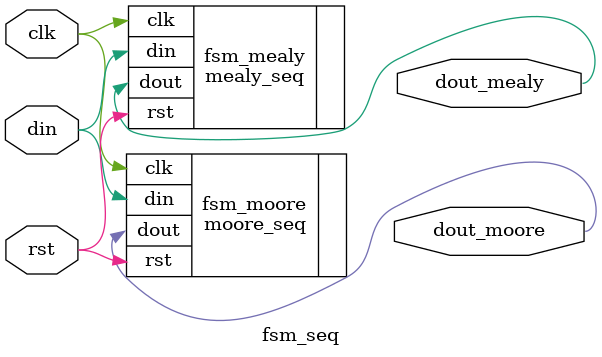
<source format=v>
`timescale 1ns/1ns 
module fsm_seq(/*AUTOARG*/
   // Outputs
   dout_mealy, dout_moore,
   // Inputs
   clk, rst, din
   );
   input clk;
   input rst;
   input din;
   output dout_mealy;
   output dout_moore;
   
   /*AUTOREG*/ 
   /*AUTOWIRE*/ 
   mealy_seq fsm_mealy (/*AUTOINST*/
			// Outputs
			.dout		(dout_mealy),
			// Inputs
			.clk		(clk),
			.rst		(rst),
			.din		(din));
   
   moore_seq fsm_moore (/*AUTOINST*/
			// Outputs
			.dout		(dout_moore),
			// Inputs
			.clk		(clk),
			.rst		(rst),
			.din		(din));
     
endmodule 
// Local Variables: 
// verilog-library-directories:("~/Projects/fpgaProjects/iVerilog/design/*") 
// End:

</source>
